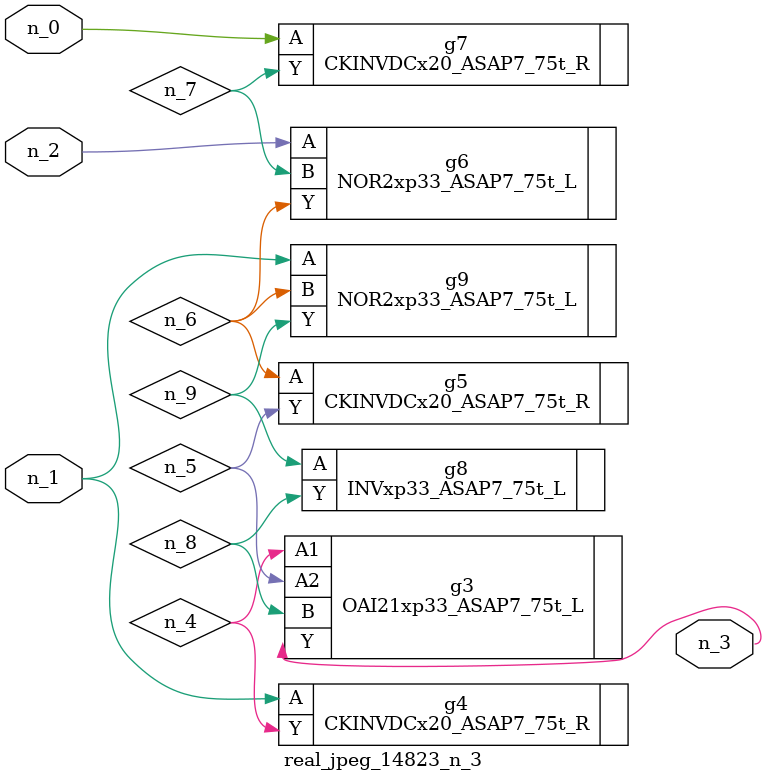
<source format=v>
module real_jpeg_14823_n_3 (n_1, n_0, n_2, n_3);

input n_1;
input n_0;
input n_2;

output n_3;

wire n_5;
wire n_4;
wire n_8;
wire n_6;
wire n_7;
wire n_9;

CKINVDCx20_ASAP7_75t_R g7 ( 
.A(n_0),
.Y(n_7)
);

CKINVDCx20_ASAP7_75t_R g4 ( 
.A(n_1),
.Y(n_4)
);

NOR2xp33_ASAP7_75t_L g9 ( 
.A(n_1),
.B(n_6),
.Y(n_9)
);

NOR2xp33_ASAP7_75t_L g6 ( 
.A(n_2),
.B(n_7),
.Y(n_6)
);

OAI21xp33_ASAP7_75t_L g3 ( 
.A1(n_4),
.A2(n_5),
.B(n_8),
.Y(n_3)
);

CKINVDCx20_ASAP7_75t_R g5 ( 
.A(n_6),
.Y(n_5)
);

INVxp33_ASAP7_75t_L g8 ( 
.A(n_9),
.Y(n_8)
);


endmodule
</source>
